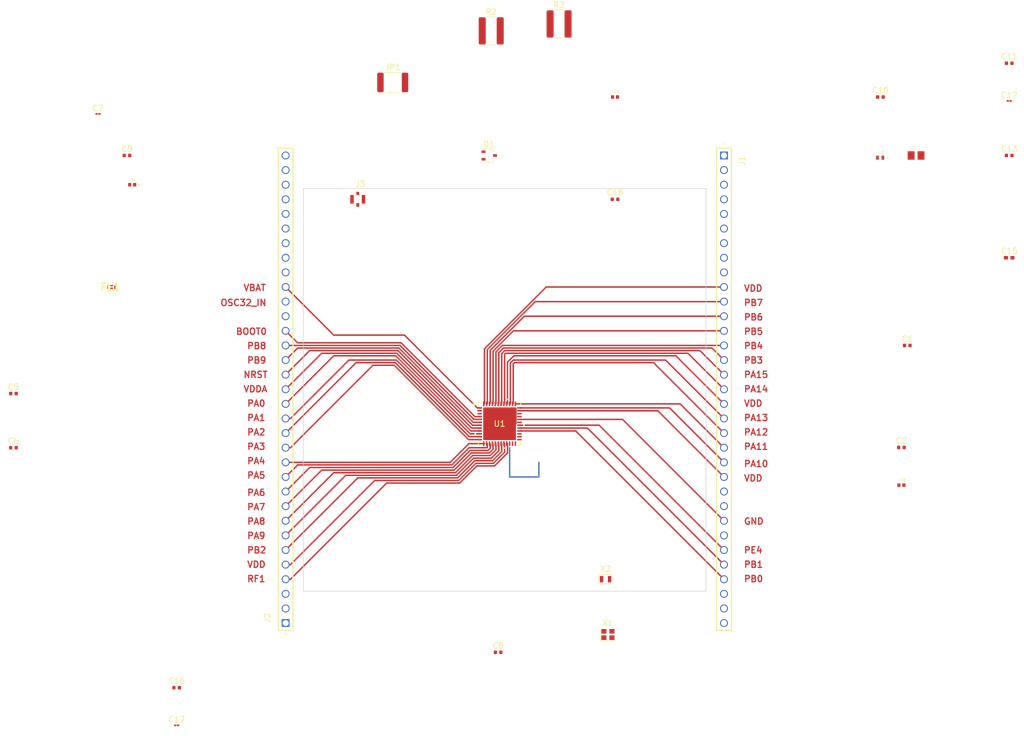
<source format=kicad_pcb>
(kicad_pcb (version 20221018) (generator pcbnew)
  (title_block (date "2023-07-30"))
  (layers (0 "F.Cu" signal) (31 "B.Cu" signal) (34 "B.Paste" user) (35 "F.Paste" user) (36 "B.SilkS" user "B.Silkscreen") (37 "F.SilkS" user "F.Silkscreen") (38 "B.Mask" user) (39 "F.Mask" user) (44 "Edge.Cuts" user))
  (net 0 "")
  (net 1 "/OSC32_IN")
  (net 2 "/OSC32_OUT")
  (net 3 "/BOOT0")
  (net 4 "/PB8")
  (net 5 "/PB9")
  (net 6 "/NRST")
  (net 7 "/PA0")
  (net 8 "/PA1")
  (net 9 "/PA2")
  (net 10 "/PA3")
  (net 11 "/PA4")
  (net 12 "/PA5")
  (net 13 "/PA6")
  (net 14 "/PA7")
  (net 15 "/PA8")
  (net 16 "/PA9")
  (net 17 "/PB2")
  (net 18 "/RF1")
  (net 19 "/VDDRF")
  (net 20 "/OSC_OUT")
  (net 21 "/OSC_IN")
  (net 23 "/NRST_Pin")
  (net 24 "/PB1")
  (net 25 "/PE4")
  (net 26 "/VFBSMPS")
  (net 27 "/VLXSMPS")
  (net 28 "/VDDSMPS")
  (net 29 "/PA10")
  (net 30 "/PA11")
  (net 31 "/PA12")
  (net 32 "/PA15")
  (net 33 "/PB3")
  (net 34 "/PB4")
  (net 35 "/PB5")
  (net 36 "/PB6")
  (net 37 "/PB7")
  (net 38 "GND")
  (net 64 "3V3")
  (net 67 "/SWCLK")
  (net 68 "/SWDIO")
  (net 71 "/VSSRF")
  (net 72 "/ RF & Power /RF1")
  (net 73 "Net-(FL1-IN)")
  (net 74 "Net-(FL1-OUT)")
  (net 75 "/ RF & Power /VFBSMPS")
  (net 76 "/VSSSMPS")
  (net 77 "/ RF & Power /VLXSMPS")
  (net 78 "/VDDUSB")
  (net 88 "Net-(L2-Pad1)")
  (footprint "Capacitor_SMD:C_0402_1005Metric" (layer "F.Cu") (at 214.312 38.1)
    (fp_text reference "C10" (at 0 -1.16) (layer "F.SilkS"))
    (fp_text value "100nF")
    (pad "1" smd roundrect (at -0.48 0) (size 0.56 0.62) (layers "F.Cu" "F.Paste" "F.Mask") (net 64 "3V3"))
    (pad "2" smd roundrect (at 0.48 0) (size 0.56 0.62) (layers "F.Cu" "F.Paste" "F.Mask") (net 38 "GND"))
  )
  (footprint "Capacitor_SMD:C_01005_0402Metric" (layer "F.Cu") (at 236.7 38.77)
    (fp_text reference "C12" (at 0 -1) (layer "F.SilkS"))
    (fp_text value "4.7 uF")
    (pad "1" smd roundrect (at -0.25 0) (size 0.4 0.3) (layers "F.Cu" "F.Mask") (net 64 "3V3"))
    (pad "2" smd roundrect (at 0.25 0) (size 0.4 0.3) (layers "F.Cu" "F.Mask") (net 38 "GND"))
  )
  (footprint "Package_TO_SOT_SMD:SOT-323_SC-70" (layer "F.Cu") (at 146.32 48.26)
    (fp_text reference "D1" (at -0.05 -1.95) (layer "F.SilkS"))
    (fp_text value "BAT54W")
    (pad "1" smd rect (at -1 -0.65 270) (size 0.45 0.7) (layers "F.Cu" "F.Paste" "F.Mask") (net 6 "/NRST"))
    (pad "2" smd rect (at -1 0.65 270) (size 0.45 0.7) (layers "F.Cu" "F.Paste" "F.Mask"))
    (pad "3" smd rect (at 1 0 270) (size 0.45 0.7) (layers "F.Cu" "F.Paste" "F.Mask") (net 23 "/NRST_Pin"))
  )
  (footprint "Capacitor_SMD:C_01005_0402Metric" (layer "F.Cu") (at 78.308 41.03)
    (fp_text reference "C7" (at 0 -1) (layer "F.SilkS"))
    (fp_text value "4.7 uF")
    (pad "1" smd roundrect (at -0.25 0) (size 0.4 0.3) (layers "F.Cu" "F.Mask") (net 64 "3V3"))
    (pad "2" smd roundrect (at 0.25 0) (size 0.4 0.3) (layers "F.Cu" "F.Mask") (net 38 "GND"))
  )
  (footprint "STM32WB15CCU6:QFPN_15CCU6_STM" (layer "F.Cu") (at 148.109559 94.892)
    (fp_text reference "U1" (at 0 0 unlocked) (layer "F.SilkS"))
    (fp_text value "STM32WB15CCU6")
    (fp_text user "*" (at -4.491 -3.000756) (layer "F.SilkS"))
    (fp_text user "*" (at -4.491 -3.000756 unlocked) (layer "F.SilkS"))
    (pad "1" smd rect (at -3.452 -2.750693 90) (size 0.2548 0.807999) (layers "F.Cu" "F.Paste" "F.Mask") (net 64 "3V3"))
    (pad "2" smd rect (at -3.452 -2.250567 90) (size 0.2548 0.807999) (layers "F.Cu" "F.Paste" "F.Mask") (net 1 "/OSC32_IN"))
    (pad "3" smd rect (at -3.452 -1.750441 90) (size 0.2548 0.807999) (layers "F.Cu" "F.Paste" "F.Mask") (net 2 "/OSC32_OUT"))
    (pad "4" smd rect (at -3.452 -1.250315 90) (size 0.2548 0.807999) (layers "F.Cu" "F.Paste" "F.Mask") (net 3 "/BOOT0"))
    (pad "5" smd rect (at -3.452 -0.750189 90) (size 0.2548 0.807999) (layers "F.Cu" "F.Paste" "F.Mask") (net 4 "/PB8"))
    (pad "6" smd rect (at -3.452 -0.250063 90) (size 0.2548 0.807999) (layers "F.Cu" "F.Paste" "F.Mask") (net 5 "/PB9"))
    (pad "7" smd rect (at -3.452 0.250063 90) (size 0.2548 0.807999) (layers "F.Cu" "F.Paste" "F.Mask") (net 6 "/NRST"))
    (pad "8" smd rect (at -3.452 0.750189 90) (size 0.2548 0.807999) (layers "F.Cu" "F.Paste" "F.Mask") (net 64 "3V3"))
    (pad "9" smd rect (at -3.452 1.250315 90) (size 0.2548 0.807999) (layers "F.Cu" "F.Paste" "F.Mask") (net 7 "/PA0"))
    (pad "10" smd rect (at -3.452 1.750441 90) (size 0.2548 0.807999) (layers "F.Cu" "F.Paste" "F.Mask") (net 8 "/PA1"))
    (pad "11" smd rect (at -3.452 2.250567 90) (size 0.2548 0.807999) (layers "F.Cu" "F.Paste" "F.Mask") (net 9 "/PA2"))
    (pad "12" smd rect (at -3.452 2.750693 90) (size 0.2548 0.807999) (layers "F.Cu" "F.Paste" "F.Mask") (net 10 "/PA3"))
    (pad "13" smd rect (at -2.750693 3.452) (size 0.2548 0.807999) (layers "F.Cu" "F.Paste" "F.Mask") (net 11 "/PA4"))
    (pad "14" smd rect (at -2.250567 3.452) (size 0.2548 0.807999) (layers "F.Cu" "F.Paste" "F.Mask") (net 12 "/PA5"))
    (pad "15" smd rect (at -1.750441 3.452) (size 0.2548 0.807999) (layers "F.Cu" "F.Paste" "F.Mask") (net 13 "/PA6"))
    (pad "16" smd rect (at -1.250315 3.452) (size 0.2548 0.807999) (layers "F.Cu" "F.Paste" "F.Mask") (net 14 "/PA7"))
    (pad "17" smd rect (at -0.750189 3.452) (size 0.2548 0.807999) (layers "F.Cu" "F.Paste" "F.Mask") (net 15 "/PA8"))
    (pad "18" smd rect (at -0.250063 3.452) (size 0.2548 0.807999) (layers "F.Cu" "F.Paste" "F.Mask") (net 16 "/PA9"))
    (pad "19" smd rect (at 0.250063 3.452) (size 0.2548 0.807999) (layers "F.Cu" "F.Paste" "F.Mask") (net 17 "/PB2"))
    (pad "20" smd rect (at 0.750189 3.452) (size 0.2548 0.807999) (layers "F.Cu" "F.Paste" "F.Mask") (net 64 "3V3"))
    (pad "21" smd rect (at 1.250315 3.452) (size 0.2548 0.807999) (layers "F.Cu" "F.Paste" "F.Mask") (net 18 "/RF1"))
    (pad "22" smd rect (at 1.750441 3.452) (size 0.2548 0.807999) (layers "F.Cu" "F.Paste" "F.Mask") (net 71 "/VSSRF"))
    (pad "23" smd rect (at 2.250567 3.452) (size 0.2548 0.807999) (layers "F.Cu" "F.Paste" "F.Mask") (net 19 "/VDDRF"))
    (pad "24" smd rect (at 2.750693 3.452) (size 0.2548 0.807999) (layers "F.Cu" "F.Paste" "F.Mask") (net 20 "/OSC_OUT"))
    (pad "25" smd rect (at 3.452 2.750693 90) (size 0.2548 0.807999) (layers "F.Cu" "F.Paste" "F.Mask") (net 21 "/OSC_IN"))
    (pad "26" smd rect (at 3.452 2.250567 90) (size 0.2548 0.807999) (layers "F.Cu" "F.Paste" "F.Mask"))
    (pad "27" smd rect (at 3.452 1.750441 90) (size 0.2548 0.807999) (layers "F.Cu" "F.Paste" "F.Mask"))
    (pad "28" smd rect (at 3.452 1.250315 90) (size 0.2548 0.807999) (layers "F.Cu" "F.Paste" "F.Mask"))
    (pad "29" smd rect (at 3.452 0.750189 90) (size 0.2548 0.807999) (layers "F.Cu" "F.Paste" "F.Mask") (net 24 "/PB1"))
    (pad "30" smd rect (at 3.452 0.250063 90) (size 0.2548 0.807999) (layers "F.Cu" "F.Paste" "F.Mask") (net 25 "/PE4"))
    (pad "31" smd rect (at 3.452 -0.250063 90) (size 0.2548 0.807999) (layers "F.Cu" "F.Paste" "F.Mask") (net 26 "/VFBSMPS"))
    (pad "32" smd rect (at 3.452 -0.750189 90) (size 0.2548 0.807999) (layers "F.Cu" "F.Paste" "F.Mask") (net 76 "/VSSSMPS"))
    (pad "33" smd rect (at 3.452 -1.250315 90) (size 0.2548 0.807999) (layers "F.Cu" "F.Paste" "F.Mask") (net 27 "/VLXSMPS"))
    (pad "34" smd rect (at 3.452 -1.750441 90) (size 0.2548 0.807999) (layers "F.Cu" "F.Paste" "F.Mask") (net 28 "/VDDSMPS"))
    (pad "35" smd rect (at 3.452 -2.250567 90) (size 0.2548 0.807999) (layers "F.Cu" "F.Paste" "F.Mask") (net 64 "3V3"))
    (pad "36" smd rect (at 3.452 -2.750693 90) (size 0.2548 0.807999) (layers "F.Cu" "F.Paste" "F.Mask") (net 29 "/PA10"))
    (pad "37" smd rect (at 2.750693 -3.452) (size 0.2548 0.807999) (layers "F.Cu" "F.Paste" "F.Mask") (net 30 "/PA11"))
    (pad "38" smd rect (at 2.250567 -3.452) (size 0.2548 0.807999) (layers "F.Cu" "F.Paste" "F.Mask") (net 31 "/PA12"))
    (pad "39" smd rect (at 1.750441 -3.452) (size 0.2548 0.807999) (layers "F.Cu" "F.Paste" "F.Mask") (net 68 "/SWDIO"))
    (pad "40" smd rect (at 1.250315 -3.452) (size 0.2548 0.807999) (layers "F.Cu" "F.Paste" "F.Mask") (net 78 "/VDDUSB"))
    (pad "41" smd rect (at 0.750189 -3.452) (size 0.2548 0.807999) (layers "F.Cu" "F.Paste" "F.Mask") (net 67 "/SWCLK"))
    (pad "42" smd rect (at 0.250063 -3.452) (size 0.2548 0.807999) (layers "F.Cu" "F.Paste" "F.Mask") (net 32 "/PA15"))
    (pad "43" smd rect (at -0.250063 -3.452) (size 0.2548 0.807999) (layers "F.Cu" "F.Paste" "F.Mask") (net 33 "/PB3"))
    (pad "44" smd rect (at -0.750189 -3.452) (size 0.2548 0.807999) (layers "F.Cu" "F.Paste" "F.Mask") (net 34 "/PB4"))
    (pad "45" smd rect (at -1.250315 -3.452) (size 0.2548 0.807999) (layers "F.Cu" "F.Paste" "F.Mask") (net 35 "/PB5"))
    (pad "46" smd rect (at -1.750441 -3.452) (size 0.2548 0.807999) (layers "F.Cu" "F.Paste" "F.Mask") (net 36 "/PB6"))
    (pad "47" smd rect (at -2.250567 -3.452) (size 0.2548 0.807999) (layers "F.Cu" "F.Paste" "F.Mask") (net 37 "/PB7"))
    (pad "48" smd rect (at -2.750693 -3.452) (size 0.2548 0.807999) (layers "F.Cu" "F.Paste" "F.Mask") (net 64 "3V3"))
    (pad "49" smd rect (at 0 0) (size 5.6896 5.6896) (layers "F.Cu" "F.Mask") (net 38 "GND"))
  )
  (footprint "Capacitor_SMD:C_0402_1005Metric" (layer "F.Cu") (at 236.7 32.22)
    (fp_text reference "C11" (at 0 -1.16) (layer "F.SilkS"))
    (fp_text value "100nF")
    (pad "1" smd roundrect (at -0.48 0) (size 0.56 0.62) (layers "F.Cu" "F.Paste" "F.Mask") (net 64 "3V3"))
    (pad "2" smd roundrect (at 0.48 0) (size 0.56 0.62) (layers "F.Cu" "F.Paste" "F.Mask") (net 38 "GND"))
  )
  (footprint "Capacitor_SMD:C_0402_1005Metric" (layer "F.Cu") (at 236.7 48.26)
    (fp_text reference "C13" (at 0 -1.16) (layer "F.SilkS"))
    (fp_text value "100nF")
    (pad "1" smd roundrect (at -0.48 0) (size 0.56 0.62) (layers "F.Cu" "F.Paste" "F.Mask") (net 64 "3V3"))
    (pad "2" smd roundrect (at 0.48 0) (size 0.56 0.62) (layers "F.Cu" "F.Paste" "F.Mask") (net 38 "GND"))
  )
  (footprint "RSP-122811-02:SAMTEC_RSP-122811-02" (layer "F.Cu") (at 123.46 55.88)
    (fp_text reference "J3" (at 0.475085 -2.635435) (layer "F.SilkS") (effects (font (size 1.000165 1.000165))))
    (fp_text value "RSP-122811-02")
    (pad "1" smd rect (at 0 0.975 90) (size 0.65 0.5) (layers "F.Cu" "F.Paste" "F.Mask") (net 74 "Net-(FL1-OUT)"))
    (pad "2" smd rect (at -1 0 90) (size 1.5 0.6) (layers "F.Cu" "F.Paste" "F.Mask") (net 38 "GND"))
    (pad "3" smd rect (at 0 -1.025 90) (size 0.55 0.5) (layers "F.Cu" "F.Paste" "F.Mask") (net 38 "GND"))
    (pad "4" smd rect (at 1 0 90) (size 1.5 0.6) (layers "F.Cu" "F.Paste" "F.Mask") (net 38 "GND"))
  )
  (footprint "TSW-133-07-H-S:SAMTEC_TSW-133-07-H-S" (layer "F.Cu") (at 110.921559 88.9 90)
    (fp_text reference "J2" (at -39.735 -3.155 90) (layer "F.SilkS"))
    (fp_text value "TSW-133-07-H-S")
    (pad "01" thru_hole rect (at -40.64 0 90) (size 1.37 1.37) (drill 1.02) (layers "*.Cu" "*.Mask"))
    (pad "02" thru_hole circle (at -38.1 0 90) (size 1.37 1.37) (drill 1.02) (layers "*.Cu" "*.Mask"))
    (pad "03" thru_hole circle (at -35.56 0 90) (size 1.37 1.37) (drill 1.02) (layers "*.Cu" "*.Mask"))
    (pad "04" thru_hole circle (at -33.02 0 90) (size 1.37 1.37) (drill 1.02) (layers "*.Cu" "*.Mask"))
    (pad "05" thru_hole circle (at -30.48 0 90) (size 1.37 1.37) (drill 1.02) (layers "*.Cu" "*.Mask") (net 64 "3V3"))
    (pad "06" thru_hole circle (at -27.94 0 90) (size 1.37 1.37) (drill 1.02) (layers "*.Cu" "*.Mask") (net 17 "/PB2"))
    (pad "07" thru_hole circle (at -25.4 0 90) (size 1.37 1.37) (drill 1.02) (layers "*.Cu" "*.Mask") (net 16 "/PA9"))
    (pad "08" thru_hole circle (at -22.86 0 90) (size 1.37 1.37) (drill 1.02) (layers "*.Cu" "*.Mask") (net 15 "/PA8"))
    (pad "09" thru_hole circle (at -20.32 0 90) (size 1.37 1.37) (drill 1.02) (layers "*.Cu" "*.Mask") (net 14 "/PA7"))
    (pad "10" thru_hole circle (at -17.78 0 90) (size 1.37 1.37) (drill 1.02) (layers "*.Cu" "*.Mask") (net 13 "/PA6"))
    (pad "11" thru_hole circle (at -15.24 0 90) (size 1.37 1.37) (drill 1.02) (layers "*.Cu" "*.Mask") (net 12 "/PA5"))
    (pad "12" thru_hole circle (at -12.7 0 90) (size 1.37 1.37) (drill 1.02) (layers "*.Cu" "*.Mask") (net 11 "/PA4"))
    (pad "13" thru_hole circle (at -10.16 0 90) (size 1.37 1.37) (drill 1.02) (layers "*.Cu" "*.Mask") (net 10 "/PA3"))
    (pad "14" thru_hole circle (at -7.62 0 90) (size 1.37 1.37) (drill 1.02) (layers "*.Cu" "*.Mask") (net 9 "/PA2"))
    (pad "15" thru_hole circle (at -5.08 0 90) (size 1.37 1.37) (drill 1.02) (layers "*.Cu" "*.Mask") (net 8 "/PA1"))
    (pad "16" thru_hole circle (at -2.54 0 90) (size 1.37 1.37) (drill 1.02) (layers "*.Cu" "*.Mask") (net 7 "/PA0"))
    (pad "17" thru_hole circle (at 0 0 90) (size 1.37 1.37) (drill 1.02) (layers "*.Cu" "*.Mask"))
    (pad "18" thru_hole circle (at 2.54 0 90) (size 1.37 1.37) (drill 1.02) (layers "*.Cu" "*.Mask") (net 23 "/NRST_Pin"))
    (pad "19" thru_hole circle (at 5.08 0 90) (size 1.37 1.37) (drill 1.02) (layers "*.Cu" "*.Mask") (net 5 "/PB9"))
    (pad "20" thru_hole circle (at 7.62 0 90) (size 1.37 1.37) (drill 1.02) (layers "*.Cu" "*.Mask") (net 4 "/PB8"))
    (pad "21" thru_hole circle (at 10.16 0 90) (size 1.37 1.37) (drill 1.02) (layers "*.Cu" "*.Mask"))
    (pad "22" thru_hole circle (at 12.7 0 90) (size 1.37 1.37) (drill 1.02) (layers "*.Cu" "*.Mask"))
    (pad "23" thru_hole circle (at 15.24 0 90) (size 1.37 1.37) (drill 1.02) (layers "*.Cu" "*.Mask"))
    (pad "24" thru_hole circle (at 17.78 0 90) (size 1.37 1.37) (drill 1.02) (layers "*.Cu" "*.Mask"))
    (pad "25" thru_hole circle (at 20.32 0 90) (size 1.37 1.37) (drill 1.02) (layers "*.Cu" "*.Mask"))
    (pad "26" thru_hole circle (at 22.86 0 90) (size 1.37 1.37) (drill 1.02) (layers "*.Cu" "*.Mask"))
    (pad "27" thru_hole circle (at 25.4 0 90) (size 1.37 1.37) (drill 1.02) (layers "*.Cu" "*.Mask"))
    (pad "28" thru_hole circle (at 27.94 0 90) (size 1.37 1.37) (drill 1.02) (layers "*.Cu" "*.Mask"))
    (pad "29" thru_hole circle (at 30.48 0 90) (size 1.37 1.37) (drill 1.02) (layers "*.Cu" "*.Mask"))
    (pad "30" thru_hole circle (at 33.02 0 90) (size 1.37 1.37) (drill 1.02) (layers "*.Cu" "*.Mask"))
    (pad "31" thru_hole circle (at 35.56 0 90) (size 1.37 1.37) (drill 1.02) (layers "*.Cu" "*.Mask"))
    (pad "32" thru_hole circle (at 38.1 0 90) (size 1.37 1.37) (drill 1.02) (layers "*.Cu" "*.Mask"))
    (pad "33" thru_hole circle (at 40.64 0 90) (size 1.37 1.37) (drill 1.02) (layers "*.Cu" "*.Mask"))
  )
  (footprint "Capacitor_SMD:C_0402_1005Metric" (layer "F.Cu") (at 91.98 140.77)
    (fp_text reference "C16" (at 0 -1.16) (layer "F.SilkS"))
    (fp_text value "10 nF")
    (pad "1" smd roundrect (at -0.48 0) (size 0.56 0.62) (layers "F.Cu" "F.Paste" "F.Mask") (net 64 "3V3"))
    (pad "2" smd roundrect (at 0.48 0) (size 0.56 0.62) (layers "F.Cu" "F.Paste" "F.Mask") (net 38 "GND"))
  )
  (footprint "Crystal:Crystal_SMD_2016-4Pin_2.0x1.6mm" (layer "F.Cu") (at 166.94 131.53)
    (fp_text reference "X1" (at 0 -2) (layer "F.SilkS"))
    (fp_text value "32 MHz")
    (pad "1" smd rect (at -0.7 0.55) (size 0.9 0.8) (layers "F.Cu" "F.Paste" "F.Mask") (net 21 "/OSC_IN"))
    (pad "2" smd rect (at 0.7 0.55) (size 0.9 0.8) (layers "F.Cu" "F.Paste" "F.Mask") (net 38 "GND"))
    (pad "3" smd rect (at 0.7 -0.55) (size 0.9 0.8) (layers "F.Cu" "F.Paste" "F.Mask") (net 20 "/OSC_OUT"))
    (pad "4" smd rect (at -0.7 -0.55) (size 0.9 0.8) (layers "F.Cu" "F.Paste" "F.Mask") (net 38 "GND"))
  )
  (footprint "GRM1555C1HR30WA01D:CAPC1005X55N" (layer "F.Cu") (at 168.18 38.1)
    (fp_text reference "C4" (at 0.3 -0.88) (layer "F.SilkS") (effects (font (size 0.393701 0.393701))))
    (fp_text value "GRM1555C1HR30WA01D")
    (pad "1" smd rect (at -0.432 0) (size 0.54 0.6) (layers "F.Cu" "F.Paste" "F.Mask") (net 38 "GND"))
    (pad "2" smd rect (at 0.432 0) (size 0.54 0.6) (layers "F.Cu" "F.Paste" "F.Mask") (net 73 "Net-(FL1-IN)"))
  )
  (footprint "Capacitor_SMD:C_0402_1005Metric" (layer "F.Cu") (at 147.86 134.62)
    (fp_text reference "C8" (at 0 -1.16) (layer "F.SilkS"))
    (fp_text value "100nF")
    (pad "1" smd roundrect (at -0.48 0) (size 0.56 0.62) (layers "F.Cu" "F.Paste" "F.Mask") (net 64 "3V3"))
    (pad "2" smd roundrect (at 0.48 0) (size 0.56 0.62) (layers "F.Cu" "F.Paste" "F.Mask") (net 38 "GND"))
  )
  (footprint "LQG15WZ10NJ02D:INDC1006X60N" (layer "F.Cu") (at 214.27 48.643)
    (fp_text reference "L2" (at 0.3 -0.93) (layer "F.SilkS") (effects (font (size 0.393701 0.393701))))
    (fp_text value "LQG15WZ10NJ02D")
    (pad "1" smd rect (at -0.468 0) (size 0.46 0.7) (layers "F.Cu" "F.Paste" "F.Mask") (net 88 "Net-(L2-Pad1)"))
    (pad "2" smd rect (at 0.468 0) (size 0.46 0.7) (layers "F.Cu" "F.Paste" "F.Mask") (net 77 "/ RF & Power /VLXSMPS"))
  )
  (footprint "TSW-133-07-H-S:SAMTEC_TSW-133-07-H-S" (layer "F.Cu") (at 187.121559 88.9 -90)
    (fp_text reference "J1" (at -39.735 -3.155 -90) (layer "F.SilkS"))
    (fp_text value "TSW-133-07-H-S")
    (pad "01" thru_hole rect (at -40.64 0 270) (size 1.37 1.37) (drill 1.02) (layers "*.Cu" "*.Mask"))
    (pad "02" thru_hole circle (at -38.1 0 270) (size 1.37 1.37) (drill 1.02) (layers "*.Cu" "*.Mask"))
    (pad "03" thru_hole circle (at -35.56 0 270) (size 1.37 1.37) (drill 1.02) (layers "*.Cu" "*.Mask"))
    (pad "04" thru_hole circle (at -33.02 0 270) (size 1.37 1.37) (drill 1.02) (layers "*.Cu" "*.Mask"))
    (pad "05" thru_hole circle (at -30.48 0 270) (size 1.37 1.37) (drill 1.02) (layers "*.Cu" "*.Mask"))
    (pad "06" thru_hole circle (at -27.94 0 270) (size 1.37 1.37) (drill 1.02) (layers "*.Cu" "*.Mask"))
    (pad "07" thru_hole circle (at -25.4 0 270) (size 1.37 1.37) (drill 1.02) (layers "*.Cu" "*.Mask"))
    (pad "08" thru_hole circle (at -22.86 0 270) (size 1.37 1.37) (drill 1.02) (layers "*.Cu" "*.Mask"))
    (pad "09" thru_hole circle (at -20.32 0 270) (size 1.37 1.37) (drill 1.02) (layers "*.Cu" "*.Mask"))
    (pad "10" thru_hole circle (at -17.78 0 270) (size 1.37 1.37) (drill 1.02) (layers "*.Cu" "*.Mask") (net 64 "3V3"))
    (pad "11" thru_hole circle (at -15.24 0 270) (size 1.37 1.37) (drill 1.02) (layers "*.Cu" "*.Mask") (net 37 "/PB7"))
    (pad "12" thru_hole circle (at -12.7 0 270) (size 1.37 1.37) (drill 1.02) (layers "*.Cu" "*.Mask") (net 36 "/PB6"))
    (pad "13" thru_hole circle (at -10.16 0 270) (size 1.37 1.37) (drill 1.02) (layers "*.Cu" "*.Mask") (net 35 "/PB5"))
    (pad "14" thru_hole circle (at -7.62 0 270) (size 1.37 1.37) (drill 1.02) (layers "*.Cu" "*.Mask") (net 34 "/PB4"))
    (pad "15" thru_hole circle (at -5.08 0 270) (size 1.37 1.37) (drill 1.02) (layers "*.Cu" "*.Mask") (net 33 "/PB3"))
    (pad "16" thru_hole circle (at -2.54 0 270) (size 1.37 1.37) (drill 1.02) (layers "*.Cu" "*.Mask") (net 32 "/PA15"))
    (pad "17" thru_hole circle (at 0 0 270) (size 1.37 1.37) (drill 1.02) (layers "*.Cu" "*.Mask") (net 67 "/SWCLK"))
    (pad "18" thru_hole circle (at 2.54 0 270) (size 1.37 1.37) (drill 1.02) (layers "*.Cu" "*.Mask") (net 64 "3V3"))
    (pad "19" thru_hole circle (at 5.08 0 270) (size 1.37 1.37) (drill 1.02) (layers "*.Cu" "*.Mask") (net 68 "/SWDIO"))
    (pad "20" thru_hole circle (at 7.62 0 270) (size 1.37 1.37) (drill 1.02) (layers "*.Cu" "*.Mask") (net 31 "/PA12"))
    (pad "21" thru_hole circle (at 10.16 0 270) (size 1.37 1.37) (drill 1.02) (layers "*.Cu" "*.Mask") (net 30 "/PA11"))
    (pad "22" thru_hole circle (at 12.7 0 270) (size 1.37 1.37) (drill 1.02) (layers "*.Cu" "*.Mask") (net 29 "/PA10"))
    (pad "23" thru_hole circle (at 15.24 0 270) (size 1.37 1.37) (drill 1.02) (layers "*.Cu" "*.Mask") (net 64 "3V3"))
    (pad "24" thru_hole circle (at 17.78 0 270) (size 1.37 1.37) (drill 1.02) (layers "*.Cu" "*.Mask"))
    (pad "25" thru_hole circle (at 20.32 0 270) (size 1.37 1.37) (drill 1.02) (layers "*.Cu" "*.Mask"))
    (pad "26" thru_hole circle (at 22.86 0 270) (size 1.37 1.37) (drill 1.02) (layers "*.Cu" "*.Mask"))
    (pad "27" thru_hole circle (at 25.4 0 270) (size 1.37 1.37) (drill 1.02) (layers "*.Cu" "*.Mask"))
    (pad "28" thru_hole circle (at 27.94 0 270) (size 1.37 1.37) (drill 1.02) (layers "*.Cu" "*.Mask") (net 25 "/PE4"))
    (pad "29" thru_hole circle (at 30.48 0 270) (size 1.37 1.37) (drill 1.02) (layers "*.Cu" "*.Mask"))
    (pad "30" thru_hole circle (at 33.02 0 270) (size 1.37 1.37) (drill 1.02) (layers "*.Cu" "*.Mask"))
    (pad "31" thru_hole circle (at 35.56 0 270) (size 1.37 1.37) (drill 1.02) (layers "*.Cu" "*.Mask"))
    (pad "32" thru_hole circle (at 38.1 0 270) (size 1.37 1.37) (drill 1.02) (layers "*.Cu" "*.Mask"))
    (pad "33" thru_hole circle (at 40.64 0 270) (size 1.37 1.37) (drill 1.02) (layers "*.Cu" "*.Mask"))
  )
  (footprint "Capacitor_SMD:C_0402_1005Metric" (layer "F.Cu") (at 218.98 81.28)
    (fp_text reference "C1" (at 0 -1.16) (layer "F.SilkS"))
    (fp_text value "100nF")
    (pad "1" smd roundrect (at -0.48 0) (size 0.56 0.62) (layers "F.Cu" "F.Paste" "F.Mask") (net 64 "3V3"))
    (pad "2" smd roundrect (at 0.48 0) (size 0.56 0.62) (layers "F.Cu" "F.Paste" "F.Mask") (net 38 "GND"))
  )
  (footprint "Capacitor_SMD:C_01005_0402Metric" (layer "F.Cu") (at 91.98 147.32)
    (fp_text reference "C17" (at 0 -1) (layer "F.SilkS"))
    (fp_text value "4.7 uF")
    (pad "1" smd roundrect (at -0.25 0) (size 0.4 0.3) (layers "F.Cu" "F.Mask") (net 75 "/ RF & Power /VFBSMPS"))
    (pad "2" smd roundrect (at 0.25 0) (size 0.4 0.3) (layers "F.Cu" "F.Mask") (net 38 "GND"))
  )
  (footprint "Capacitor_SMD:C_0402_1005Metric_Pad0.74x0.62mm_HandSolder" (layer "F.Cu") (at 236.7 66.04)
    (fp_text reference "C15" (at 0 -1.16) (layer "F.SilkS"))
    (fp_text value "1 uF")
    (pad "1" smd roundrect (at -0.5675 0) (size 0.735 0.62) (layers "F.Cu" "F.Paste" "F.Mask") (net 64 "3V3"))
    (pad "2" smd roundrect (at 0.5675 0) (size 0.735 0.62) (layers "F.Cu" "F.Paste" "F.Mask") (net 38 "GND"))
  )
  (footprint "Resistor_SMD:R_1218_3246Metric_Pad1.22x4.75mm_HandSolder" (layer "F.Cu") (at 158.4575 25.4)
    (fp_text reference "R3" (at 0 -3.32) (layer "F.SilkS"))
    (fp_text value "100k")
    (pad "1" smd roundrect (at -1.5625 0) (size 1.225 4.75) (layers "F.Cu" "F.Paste" "F.Mask") (roundrect_rratio 0.204082) (net 64 "3V3"))
    (pad "2" smd roundrect (at 1.5625 0) (size 1.225 4.75) (layers "F.Cu" "F.Paste" "F.Mask") (roundrect_rratio 0.204082) (net 6 "/NRST"))
  )
  (footprint "Capacitor_SMD:C_0402_1005Metric" (layer "F.Cu") (at 63.609001 89.640308)
    (fp_text reference "C5" (at 0 -1.16) (layer "F.SilkS"))
    (fp_text value "10 pF")
    (pad "1" smd roundrect (at -0.48 0) (size 0.56 0.62) (layers "F.Cu" "F.Paste" "F.Mask") (net 1 "/OSC32_IN"))
    (pad "2" smd roundrect (at 0.48 0) (size 0.56 0.62) (layers "F.Cu" "F.Paste" "F.Mask") (net 38 "GND"))
  )
  (footprint "KiCad:DLF162500LT5028A1" (layer "F.Cu") (at 80.667 71.12)
    (fp_text reference "FL1" (at -0.25 0) (layer "F.SilkS") (effects (font (size 1.27 1.27) (thickness 0.254))))
    (fp_text value "DLF162500LT-5028A1" hide)
    (pad "1" smd rect (at -0.612 0) (size 0.275 0.7) (layers "F.Cu" "F.Paste" "F.Mask") (net 73 "Net-(FL1-IN)"))
    (pad "2" smd rect (at 0 0.227 90) (size 0.245 0.45) (layers "F.Cu" "F.Paste" "F.Mask") (net 38 "GND"))
    (pad "3" smd rect (at 0.613 0) (size 0.275 0.7) (layers "F.Cu" "F.Paste" "F.Mask") (net 74 "Net-(FL1-OUT)"))
    (pad "4" smd rect (at 0 -0.227 90) (size 0.245 0.45) (layers "F.Cu" "F.Paste" "F.Mask") (net 38 "GND"))
  )
  (footprint "Crystal:Crystal_SMD_2012-2Pin_2.0x1.2mm" (layer "F.Cu") (at 166.54 121.92)
    (fp_text reference "X2" (at 0 -1.8) (layer "F.SilkS"))
    (fp_text value "32.768 kHz")
    (pad "1" smd rect (at -0.7 0) (size 0.6 1.1) (layers "F.Cu" "F.Paste" "F.Mask") (net 2 "/OSC32_OUT"))
    (pad "2" smd rect (at 0.7 0) (size 0.6 1.1) (layers "F.Cu" "F.Paste" "F.Mask") (net 1 "/OSC32_IN"))
  )
  (footprint "Capacitor_SMD:C_0402_1005Metric" (layer "F.Cu") (at 83.34 48.26)
    (fp_text reference "C9" (at 0 -1.16) (layer "F.SilkS"))
    (fp_text value "100nF")
    (pad "1" smd roundrect (at -0.48 0) (size 0.56 0.62) (layers "F.Cu" "F.Paste" "F.Mask") (net 64 "3V3"))
    (pad "2" smd roundrect (at 0.48 0) (size 0.56 0.62) (layers "F.Cu" "F.Paste" "F.Mask") (net 38 "GND"))
  )
  (footprint "Resistor_SMD:R_1812_4532Metric" (layer "F.Cu") (at 129.54 35.56)
    (fp_text reference "JP1" (at 0 -2.65) (layer "F.SilkS"))
    (fp_text value "SolderJumper_2_Open")
    (pad "1" smd roundrect (at -2.1375 0) (size 1.125 3.4) (layers "F.Cu" "F.Paste" "F.Mask") (roundrect_rratio 0.222222) (net 64 "3V3"))
    (pad "2" smd roundrect (at 2.1375 0) (size 1.125 3.4) (layers "F.Cu" "F.Paste" "F.Mask") (roundrect_rratio 0.222222) (net 3 "/BOOT0"))
  )
  (footprint "Capacitor_SMD:C_0402_1005Metric" (layer "F.Cu") (at 63.609001 99.06)
    (fp_text reference "C6" (at 0 -1.16) (layer "F.SilkS"))
    (fp_text value "10 pF")
    (pad "1" smd roundrect (at -0.48 0) (size 0.56 0.62) (layers "F.Cu" "F.Paste" "F.Mask") (net 2 "/OSC32_OUT"))
    (pad "2" smd roundrect (at 0.48 0) (size 0.56 0.62) (layers "F.Cu" "F.Paste" "F.Mask") (net 38 "GND"))
  )
  (footprint "Capacitor_SMD:C_0402_1005Metric" (layer "F.Cu") (at 217.96 99.01)
    (fp_text reference "C2" (at 0 -1.16) (layer "F.SilkS"))
    (fp_text value "100 pF")
    (pad "1" smd roundrect (at -0.48 0) (size 0.56 0.62) (layers "F.Cu" "F.Paste" "F.Mask") (net 64 "3V3"))
    (pad "2" smd roundrect (at 0.48 0) (size 0.56 0.62) (layers "F.Cu" "F.Paste" "F.Mask") (net 38 "GND"))
  )
  (footprint "LQM21FN100M70L:INDC2012X145N" (layer "F.Cu") (at 220.512 48.26)
    (fp_text reference "L3" (at -0.46 -1.32) (layer "F.SilkS") (effects (font (size 0.393701 0.393701))))
    (fp_text value "LQM21FN100M70L")
    (pad "1" smd rect (at -0.86 0) (size 1.2 1.47) (layers "F.Cu" "F.Paste" "F.Mask") (net 75 "/ RF & Power /VFBSMPS"))
    (pad "2" smd rect (at 0.86 0) (size 1.2 1.47) (layers "F.Cu" "F.Paste" "F.Mask") (net 88 "Net-(L2-Pad1)"))
  )
  (footprint "GRM1555C1HR80BA01D:CAPC1005X55N" (layer "F.Cu") (at 217.96 105.56)
    (fp_text reference "C3" (at 0.3 -0.88) (layer "F.SilkS") (effects (font (size 0.393701 0.393701))))
    (fp_text value "GRM1555C1HR80BA01D")
    (pad "1" smd rect (at -0.432 0) (size 0.54 0.6) (layers "F.Cu" "F.Paste" "F.Mask") (net 38 "GND"))
    (pad "2" smd rect (at 0.432 0) (size 0.54 0.6) (layers "F.Cu" "F.Paste" "F.Mask") (net 72 "/ RF & Power /RF1"))
  )
  (footprint "Resistor_SMD:R_1218_3246Metric_Pad1.22x4.75mm_HandSolder" (layer "F.Cu") (at 146.66 26.6)
    (fp_text reference "R2" (at 0 -3.32) (layer "F.SilkS"))
    (fp_text value "10k")
    (pad "1" smd roundrect (at -1.5625 0) (size 1.225 4.75) (layers "F.Cu" "F.Paste" "F.Mask") (roundrect_rratio 0.204082) (net 38 "GND"))
    (pad "2" smd roundrect (at 1.5625 0) (size 1.225 4.75) (layers "F.Cu" "F.Paste" "F.Mask") (roundrect_rratio 0.204082) (net 3 "/BOOT0"))
  )
  (footprint "Capacitor_SMD:C_0402_1005Metric" (layer "F.Cu") (at 168.18 55.88)
    (fp_text reference "C18" (at 0 -1.16) (layer "F.SilkS"))
    (fp_text value "100nF")
    (pad "1" smd roundrect (at -0.48 0) (size 0.56 0.62) (layers "F.Cu" "F.Paste" "F.Mask") (net 6 "/NRST"))
    (pad "2" smd roundrect (at 0.48 0) (size 0.56 0.62) (layers "F.Cu" "F.Paste" "F.Mask") (net 38 "GND"))
  )
  (footprint "LQG15HS2N7S02D:INDC1005X55N" (layer "F.Cu") (at 84.252 53.34)
    (fp_text reference "L1" (at 0.3 -0.88) (layer "F.SilkS") (effects (font (size 0.393701 0.393701))))
    (fp_text value "LQG15HS2N7S02D")
    (pad "1" smd rect (at -0.432 0) (size 0.54 0.6) (layers "F.Cu" "F.Paste" "F.Mask") (net 72 "/ RF & Power /RF1"))
    (pad "2" smd rect (at 0.432 0) (size 0.54 0.6) (layers "F.Cu" "F.Paste" "F.Mask") (net 73 "Net-(FL1-IN)"))
  )
  (gr_rect (start 114 54) (end 184 124) (stroke (width 0.1)) (fill none) (layer "Edge.Cuts"))
  (gr_text "NRST\n" (at 103.5 87) (layer "F.Cu") (effects (font (size 1.1 1.1) (thickness 0.2) bold) (justify left bottom)))
  (gr_text "PA13" (at 190.5 94.5) (layer "F.Cu") (effects (font (size 1.1 1.1) (thickness 0.2) bold) (justify left bottom)))
  (gr_text "BOOT0\n" (at 102.2 79.5) (layer "F.Cu") (effects (font (size 1.1 1.1) (thickness 0.2) bold) (justify left bottom)))
  (gr_text "PA12" (at 190.5 97) (layer "F.Cu") (effects (font (size 1.1 1.1) (thickness 0.2) bold) (justify left bottom)))
  (gr_text "PA11" (at 190.5 99.5) (layer "F.Cu") (effects (font (size 1.1 1.1) (thickness 0.2) bold) (justify left bottom)))
  (gr_text "OSC32_IN\n" (at 99.5 74.5) (layer "F.Cu") (effects (font (size 1.1 1.1) (thickness 0.2) bold) (justify left bottom)))
  (gr_text "VDDA\n" (at 103.5 89.5) (layer "F.Cu") (effects (font (size 1.1 1.1) (thickness 0.2) bold) (justify left bottom)))
  (gr_text "PB7" (at 190.5 74.5) (layer "F.Cu") (effects (font (size 1.1 1.1) (thickness 0.2) bold) (justify left bottom)))
  (gr_text "PB5" (at 190.5 79.5) (layer "F.Cu") (effects (font (size 1.1 1.1) (thickness 0.2) bold) (justify left bottom)))
  (gr_text "PA15" (at 190.5 87) (layer "F.Cu") (effects (font (size 1.1 1.1) (thickness 0.2) bold) (justify left bottom)))
  (gr_text "PA4" (at 104.14 102) (layer "F.Cu") (effects (font (size 1.1 1.1) (thickness 0.2) bold) (justify left bottom)))
  (gr_text "PB9" (at 104.14 84.5) (layer "F.Cu") (effects (font (size 1.1 1.1) (thickness 0.2) bold) (justify left bottom)))
  (gr_text "PA1\n" (at 104.14 94.5) (layer "F.Cu") (effects (font (size 1.1 1.1) (thickness 0.2) bold) (justify left bottom)))
  (gr_text "PB2" (at 104.14 117.5) (layer "F.Cu") (effects (font (size 1.1 1.1) (thickness 0.2) bold) (justify left bottom)))
  (gr_text "PB6" (at 190.5 77) (layer "F.Cu") (effects (font (size 1.1 1.1) (thickness 0.2) bold) (justify left bottom)))
  (gr_text "PB0\n" (at 190.5 122.5) (layer "F.Cu") (effects (font (size 1.1 1.1) (thickness 0.2) bold) (justify left bottom)))
  (gr_text "RF1" (at 104.14 122.5) (layer "F.Cu") (effects (font (size 1.1 1.1) (thickness 0.2) bold) (justify left bottom)))
  (gr_text "GND" (at 190.5 112.5) (layer "F.Cu") (effects (font (size 1.1 1.1) (thickness 0.2) bold) (justify left bottom)))
  (gr_text "PA9\n" (at 104.14 115) (layer "F.Cu") (effects (font (size 1.1 1.1) (thickness 0.2) bold) (justify left bottom)))
  (gr_text "PA8" (at 104.14 112.5) (layer "F.Cu") (effects (font (size 1.1 1.1) (thickness 0.2) bold) (justify left bottom)))
  (gr_text "PA10" (at 190.5 102.5) (layer "F.Cu") (effects (font (size 1.1 1.1) (thickness 0.2) bold) (justify left bottom)))
  (gr_text "PA3" (at 104.14 99.5) (layer "F.Cu") (effects (font (size 1.1 1.1) (thickness 0.2) bold) (justify left bottom)))
  (gr_text "PB8\n" (at 104.14 82) (layer "F.Cu") (effects (font (size 1.1 1.1) (thickness 0.2) bold) (justify left bottom)))
  (gr_text "VDD" (at 190.5 105) (layer "F.Cu") (effects (font (size 1.1 1.1) (thickness 0.2) bold) (justify left bottom)))
  (gr_text "PA14" (at 190.5 89.5) (layer "F.Cu") (effects (font (size 1.1 1.1) (thickness 0.2) bold) (justify left bottom)))
  (gr_text "PE4\n" (at 190.5 117.5) (layer "F.Cu") (effects (font (size 1.1 1.1) (thickness 0.2) bold) (justify left bottom)))
  (gr_text "VDD" (at 190.5 92) (layer "F.Cu") (effects (font (size 1.1 1.1) (thickness 0.2) bold) (justify left bottom)))
  (gr_text "VBAT\n" (at 103.5 71.9) (layer "F.Cu") (effects (font (size 1.1 1.1) (thickness 0.2) bold) (justify left bottom)))
  (gr_text "PA5" (at 104.14 104.5) (layer "F.Cu") (effects (font (size 1.1 1.1) (thickness 0.2) bold) (justify left bottom)))
  (gr_text "VDD" (at 104.14 120) (layer "F.Cu") (effects (font (size 1.1 1.1) (thickness 0.2) bold) (justify left bottom)))
  (gr_text "PB4" (at 190.5 82) (layer "F.Cu") (effects (font (size 1.1 1.1) (thickness 0.2) bold) (justify left bottom)))
  (gr_text "PA2" (at 104.14 97) (layer "F.Cu") (effects (font (size 1.1 1.1) (thickness 0.2) bold) (justify left bottom)))
  (gr_text "PB3" (at 190.5 84.5) (layer "F.Cu") (effects (font (size 1.1 1.1) (thickness 0.2) bold) (justify left bottom)))
  (gr_text "VDD" (at 190.5 72) (layer "F.Cu") (effects (font (size 1.1 1.1) (thickness 0.2) bold) (justify left bottom)))
  (gr_text "PA0\n" (at 104.14 92) (layer "F.Cu") (effects (font (size 1.1 1.1) (thickness 0.2) bold) (justify left bottom)))
  (gr_text "PA7" (at 104.14 110) (layer "F.Cu") (effects (font (size 1.1 1.1) (thickness 0.2) bold) (justify left bottom)))
  (gr_text "PA6" (at 104.14 107.5) (layer "F.Cu") (effects (font (size 1.1 1.1) (thickness 0.2) bold) (justify left bottom)))
  (gr_text "PB1\n" (at 190.5 120) (layer "F.Cu") (effects (font (size 1.1 1.1) (thickness 0.2) bold) (justify left bottom)))
  (segment (start 187.121559 121.92) (end 161.343874 96.142315) (width 0.25) (layer "F.Cu") (net 0))
  (segment (start 150.6 83.08) (end 178.761559 83.08) (width 0.25) (layer "F.Cu") (net 0))
  (segment (start 149.482315 84.197685) (end 150.6 83.08) (width 0.25) (layer "F.Cu") (net 0))
  (segment (start 178.761559 83.08) (end 187.121559 91.44) (width 0.25) (layer "F.Cu") (net 0))
  (segment (start 161.343874 96.142315) (end 151.684 96.142315) (width 0.25) (layer "F.Cu") (net 0))
  (segment (start 149.482315 91.44) (end 149.482315 84.197685) (width 0.25) (layer "F.Cu") (net 0))
  (segment (start 149.86 104.14) (end 149.86 99.06) (width 0.25) (layer "B.Cu") (net 0))
  (segment (start 154.94 104.14) (end 149.86 104.14) (width 0.25) (layer "B.Cu") (net 0))
  (segment (start 154.94 101.6) (end 154.94 104.14) (width 0.25) (layer "B.Cu") (net 0))
  (segment (start 113.011559 80.83) (end 110.921559 78.74) (width 0.25) (layer "F.Cu") (net 3))
  (segment (start 143.805289 93.641685) (end 130.993604 80.83) (width 0.25) (layer "F.Cu") (net 3))
  (segment (start 144.78 93.641685) (end 143.805289 93.641685) (width 0.25) (layer "F.Cu") (net 3))
  (segment (start 130.993604 80.83) (end 113.011559 80.83) (width 0.25) (layer "F.Cu") (net 3))
  (segment (start 130.807208 81.28) (end 110.921559 81.28) (width 0.25) (layer "F.Cu") (net 4))
  (segment (start 143.669019 94.141811) (end 130.807208 81.28) (width 0.25) (layer "F.Cu") (net 4))
  (segment (start 143.669019 94.141811) (end 144.78 94.141811) (width 0.25) (layer "F.Cu") (net 4))
  (segment (start 143.532749 94.641937) (end 130.620812 81.73) (width 0.25) (layer "F.Cu") (net 5))
  (segment (start 113.011559 81.73) (end 110.921559 83.82) (width 0.25) (layer "F.Cu") (net 5))
  (segment (start 144.78 94.641937) (end 143.532749 94.641937) (width 0.25) (layer "F.Cu") (net 5))
  (segment (start 130.620812 81.73) (end 113.011559 81.73) (width 0.25) (layer "F.Cu") (net 5))
  (segment (start 143.396479 95.142063) (end 130.434416 82.18) (width 0.25) (layer "F.Cu") (net 6))
  (segment (start 130.434416 82.18) (end 115.101559 82.18) (width 0.25) (layer "F.Cu") (net 6))
  (segment (start 115.101559 82.18) (end 110.921559 86.36) (width 0.25) (layer "F.Cu") (net 6))
  (segment (start 144.78 95.142063) (end 143.396479 95.142063) (width 0.25) (layer "F.Cu") (net 6))
  (segment (start 130.061624 83.08) (end 119.281559 83.08) (width 0.25) (layer "F.Cu") (net 7))
  (segment (start 144.78 96.142315) (end 143.123939 96.142315) (width 0.25) (layer "F.Cu") (net 7))
  (segment (start 119.281559 83.08) (end 110.921559 91.44) (width 0.25) (layer "F.Cu") (net 7))
  (segment (start 143.123939 96.142315) (end 130.061624 83.08) (width 0.25) (layer "F.Cu") (net 7))
  (segment (start 144.78 96.642441) (end 142.987669 96.642441) (width 0.25) (layer "F.Cu") (net 8))
  (segment (start 130.165228 83.82) (end 121.92 83.82) (width 0.25) (layer "F.Cu") (net 8))
  (segment (start 121.92 83.82) (end 111.76 93.98) (width 0.25) (layer "F.Cu") (net 8))
  (segment (start 142.987669 96.642441) (end 130.165228 83.82) (width 0.25) (layer "F.Cu") (net 8))
  (segment (start 111.76 93.98) (end 110.921559 93.98) (width 0.25) (layer "F.Cu") (net 8))
  (segment (start 129.978832 84.27) (end 123.17156 84.27) (width 0.25) (layer "F.Cu") (net 9))
  (segment (start 123.17156 84.27) (end 110.921559 96.52) (width 0.25) (layer "F.Cu") (net 9))
  (segment (start 142.851399 97.142567) (end 129.978832 84.27) (width 0.25) (layer "F.Cu") (net 9))
  (segment (start 144.78 97.142567) (end 142.851399 97.142567) (width 0.25) (layer "F.Cu") (net 9))
  (segment (start 129.792436 84.72) (end 126.1 84.72) (width 0.25) (layer "F.Cu") (net 10))
  (segment (start 111.76 99.06) (end 110.921559 99.06) (width 0.25) (layer "F.Cu") (net 10))
  (segment (start 142.715129 97.642693) (end 129.792436 84.72) (width 0.25) (layer "F.Cu") (net 10))
  (segment (start 126.1 84.72) (end 111.76 99.06) (width 0.25) (layer "F.Cu") (net 10))
  (segment (start 144.78 97.642693) (end 142.715129 97.642693) (width 0.25) (layer "F.Cu") (net 10))
  (segment (start 142.78004 98.344) (end 139.52404 101.6) (width 0.25) (layer "F.Cu") (net 11))
  (segment (start 139.52404 101.6) (end 110.921559 101.6) (width 0.25) (layer "F.Cu") (net 11))
  (segment (start 145.481307 98.344) (end 142.78004 98.344) (width 0.25) (layer "F.Cu") (net 11))
  (segment (start 145.981433 99.025273) (end 145.933707 99.072999) (width 0.25) (layer "F.Cu") (net 12))
  (segment (start 142.810354 99.072999) (end 139.833353 102.05) (width 0.25) (layer "F.Cu") (net 12))
  (segment (start 113.011559 102.05) (end 110.921559 104.14) (width 0.25) (layer "F.Cu") (net 12))
  (segment (start 145.933707 99.072999) (end 142.810354 99.072999) (width 0.25) (layer "F.Cu") (net 12))
  (segment (start 139.833353 102.05) (end 113.011559 102.05) (width 0.25) (layer "F.Cu") (net 12))
  (segment (start 145.981433 98.344) (end 145.981433 99.025273) (width 0.25) (layer "F.Cu") (net 12))
  (segment (start 146.481559 98.344) (end 146.481559 99.161543) (width 0.25) (layer "F.Cu") (net 13))
  (segment (start 115.101559 102.5) (end 110.921559 106.68) (width 0.25) (layer "F.Cu") (net 13))
  (segment (start 146.120103 99.522999) (end 142.99675 99.522999) (width 0.25) (layer "F.Cu") (net 13))
  (segment (start 146.481559 99.161543) (end 146.120103 99.522999) (width 0.25) (layer "F.Cu") (net 13))
  (segment (start 142.99675 99.522999) (end 140.019749 102.5) (width 0.25) (layer "F.Cu") (net 13))
  (segment (start 140.019749 102.5) (end 115.101559 102.5) (width 0.25) (layer "F.Cu") (net 13))
  (segment (start 146.981685 98.344) (end 146.981685 99.297813) (width 0.25) (layer "F.Cu") (net 14))
  (segment (start 117.191559 102.95) (end 110.921559 109.22) (width 0.25) (layer "F.Cu") (net 14))
  (segment (start 146.981685 99.297813) (end 146.306499 99.972999) (width 0.25) (layer "F.Cu") (net 14))
  (segment (start 143.183146 99.972999) (end 140.206145 102.95) (width 0.25) (layer "F.Cu") (net 14))
  (segment (start 146.306499 99.972999) (end 143.183146 99.972999) (width 0.25) (layer "F.Cu") (net 14))
  (segment (start 140.206145 102.95) (end 117.191559 102.95) (width 0.25) (layer "F.Cu") (net 14))
  (segment (start 146.492895 100.422999) (end 143.417001 100.422999) (width 0.25) (layer "F.Cu") (net 15))
  (segment (start 143.417001 100.422999) (end 140.44 103.4) (width 0.25) (layer "F.Cu") (net 15))
  (segment (start 147.481811 98.344) (end 147.481811 99.434083) (width 0.25) (layer "F.Cu") (net 15))
  (segment (start 140.44 103.4) (end 119.281559 103.4) (width 0.25) (layer "F.Cu") (net 15))
  (segment (start 119.281559 103.4) (end 110.921559 111.76) (width 0.25) (layer "F.Cu") (net 15))
  (segment (start 147.481811 99.434083) (end 146.492895 100.422999) (width 0.25) (layer "F.Cu") (net 15))
  (segment (start 121.371559 103.85) (end 110.921559 114.3) (width 0.25) (layer "F.Cu") (net 16))
  (segment (start 147.981937 99.570353) (end 146.679291 100.872999) (width 0.25) (layer "F.Cu") (net 16))
  (segment (start 143.603397 100.872999) (end 140.626396 103.85) (width 0.25) (layer "F.Cu") (net 16))
  (segment (start 147.981937 98.344) (end 147.981937 99.570353) (width 0.25) (layer "F.Cu") (net 16))
  (segment (start 146.679291 100.872999) (end 143.603397 100.872999) (width 0.25) (layer "F.Cu") (net 16))
  (segment (start 140.626396 103.85) (end 121.371559 103.85) (width 0.25) (layer "F.Cu") (net 16))
  (segment (start 148.482063 98.344) (end 148.482063 99.706623) (width 0.25) (layer "F.Cu") (net 17))
  (segment (start 140.812792 104.3) (end 123.461559 104.3) (width 0.25) (layer "F.Cu") (net 17))
  (segment (start 146.865687 101.322999) (end 143.789793 101.322999) (width 0.25) (layer "F.Cu") (net 17))
  (segment (start 123.461559 104.3) (end 110.921559 116.84) (width 0.25) (layer "F.Cu") (net 17))
  (segment (start 143.789793 101.322999) (end 140.812792 104.3) (width 0.25) (layer "F.Cu") (net 17))
  (segment (start 148.482063 99.706623) (end 146.865687 101.322999) (width 0.25) (layer "F.Cu") (net 17))
  (segment (start 111.76 121.92) (end 110.921559 121.92) (width 0.25) (layer "F.Cu") (net 18))
  (segment (start 128.48 105.2) (end 111.76 121.92) (width 0.25) (layer "F.Cu") (net 18))
  (segment (start 149.482315 99.979163) (end 147.238479 102.222999) (width 0.25) (layer "F.Cu") (net 18))
  (segment (start 141.185584 105.2) (end 128.48 105.2) (width 0.25) (layer "F.Cu") (net 18))
  (segment (start 144.162585 102.222999) (end 141.185584 105.2) (width 0.25) (layer "F.Cu") (net 18))
  (segment (start 147.238479 102.222999) (end 144.162585 102.222999) (width 0.25) (layer "F.Cu") (net 18))
  (segment (start 149.482315 98.344) (end 149.482315 99.979163) (width 0.25) (layer "F.Cu") (net 18))
  (segment (start 151.684 95.642189) (end 163.383748 95.642189) (width 0.25) (layer "F.Cu") (net 24))
  (segment (start 163.383748 95.642189) (end 187.121559 119.38) (width 0.25) (layer "F.Cu") (net 24))
  (segment (start 151.684 95.142063) (end 165.423622 95.142063) (width 0.25) (layer "F.Cu") (net 25))
  (segment (start 165.423622 95.142063) (end 187.121559 116.84) (width 0.25) (layer "F.Cu") (net 25))
  (segment (start 151.684 92.141307) (end 177.662866 92.141307) (width 0.25) (layer "F.Cu") (net 29))
  (segment (start 177.662866 92.141307) (end 187.121559 101.6) (width 0.25) (layer "F.Cu") (net 29))
  (segment (start 179.501559 91.44) (end 187.121559 99.06) (width 0.25) (layer "F.Cu") (net 30))
  (segment (start 150.982693 91.44) (end 179.501559 91.44) (width 0.25) (layer "F.Cu") (net 30))
  (segment (start 174.871559 84.27) (end 187.121559 96.52) (width 0.25) (layer "F.Cu") (net 31))
  (segment (start 150.482567 84.470225) (end 150.682792 84.27) (width 0.25) (layer "F.Cu") (net 31))
  (segment (start 150.482567 91.44) (end 150.482567 84.470225) (width 0.25) (layer "F.Cu") (net 31))
  (segment (start 150.682792 84.27) (end 174.871559 84.27) (width 0.25) (layer "F.Cu") (net 31))
  (segment (start 148.482063 82.67633) (end 148.978393 82.18) (width 0.25) (layer "F.Cu") (net 32))
  (segment (start 148.978393 82.18) (end 182.941559 82.18) (width 0.25) (layer "F.Cu") (net 32))
  (segment (start 148.482063 91.44) (end 148.482063 82.67633) (width 0.25) (layer "F.Cu") (net 32))
  (segment (start 182.941559 82.18) (end 187.121559 86.36) (width 0.25) (layer "F.Cu") (net 32))
  (segment (start 185.031559 81.73) (end 187.121559 83.82) (width 0.25) (layer "F.Cu") (net 33))
  (segment (start 147.981937 82.54006) (end 148.791997 81.73) (width 0.25) (layer "F.Cu") (net 33))
  (segment (start 147.981937 91.44) (end 147.981937 82.54006) (width 0.25) (layer "F.Cu") (net 33))
  (segment (start 148.791997 81.73) (end 185.031559 81.73) (width 0.25) (layer "F.Cu") (net 33))
  (segment (start 147.481811 82.40379) (end 148.605601 81.28) (width 0.25) (layer "F.Cu") (net 34))
  (segment (start 147.481811 91.44) (end 147.481811 82.40379) (width 0.25) (layer "F.Cu") (net 34))
  (segment (start 148.605601 81.28) (end 187.121559 81.28) (width 0.25) (layer "F.Cu") (net 34))
  (segment (start 146.981685 91.44) (end 146.981685 82.26752) (width 0.25) (layer "F.Cu") (net 35))
  (segment (start 146.981685 82.26752) (end 150.509205 78.74) (width 0.25) (layer "F.Cu") (net 35))
  (segment (start 150.509205 78.74) (end 187.121559 78.74) (width 0.25) (layer "F.Cu") (net 35))
  (segment (start 146.481559 82.13125) (end 152.412809 76.2) (width 0.25) (layer "F.Cu") (net 36))
  (segment (start 146.481559 91.44) (end 146.481559 82.13125) (width 0.25) (layer "F.Cu") (net 36))
  (segment (start 152.412809 76.2) (end 187.121559 76.2) (width 0.25) (layer "F.Cu") (net 36))
  (segment (start 154.316413 73.66) (end 187.121559 73.66) (width 0.25) (layer "F.Cu") (net 37))
  (segment (start 145.981433 91.44) (end 145.981433 81.99498) (width 0.25) (layer "F.Cu") (net 37))
  (segment (start 145.981433 81.99498) (end 154.316413 73.66) (width 0.25) (layer "F.Cu") (net 37))
  (segment (start 148.948 94.892) (end 150.955001 92.884999) (width 0.25) (layer "F.Cu") (net 38))
  (segment (start 148.232 94.892) (end 150.955001 94.892) (width 0.25) (layer "F.Cu") (net 38))
  (segment (start 148.232 94.892) (end 148.948 94.892) (width 0.25) (layer "F.Cu") (net 38))
  (segment (start 150.955001 94.892) (end 150.955001 92.168999) (width 0.25) (layer "F.Cu") (net 38))
  (segment (start 119.28156 79.48) (end 110.921559 71.12) (width 0.25) (layer "F.Cu") (net 64))
  (segment (start 117.191559 82.63) (end 110.921559 88.9) (width 0.25) (layer "F.Cu") (net 64))
  (segment (start 143.260209 95.642189) (end 130.24802 82.63) (width 0.25) (layer "F.Cu") (net 64))
  (segment (start 148.982189 98.344) (end 148.982189 99.842893) (width 0.25) (layer "F.Cu") (net 64))
  (segment (start 147.052083 101.772999) (end 143.976189 101.772999) (width 0.25) (layer "F.Cu") (net 64))
  (segment (start 145.481307 91.44) (end 145.481307 81.85871) (width 0.25) (layer "F.Cu") (net 64))
  (segment (start 130.24802 82.63) (end 117.191559 82.63) (width 0.25) (layer "F.Cu") (net 64))
  (segment (start 143.976189 101.772999) (end 140.999188 104.75) (width 0.25) (layer "F.Cu") (net 64))
  (segment (start 175.622992 92.641433) (end 187.121559 104.14) (width 0.25) (layer "F.Cu") (net 64))
  (segment (start 148.982189 99.842893) (end 147.052083 101.772999) (width 0.25) (layer "F.Cu") (net 64))
  (segment (start 140.999188 104.75) (end 126.39 104.75) (width 0.25) (layer "F.Cu") (net 64))
  (segment (start 151.684 92.641433) (end 175.622992 92.641433) (width 0.25) (layer "F.Cu") (net 64))
  (segment (start 144.78 92.141307) (end 144.234997 92.141307) (width 0.25) (layer "F.Cu") (net 64))
  (segment (start 144.78 95.642189) (end 143.260209 95.642189) (width 0.25) (layer "F.Cu") (net 64))
  (segment (start 131.57369 79.48) (end 119.28156 79.48) (width 0.25) (layer "F.Cu") (net 64))
  (segment (start 144.234997 92.141307) (end 131.57369 79.48) (width 0.25) (layer "F.Cu") (net 64))
  (segment (start 111.76 119.38) (end 110.921559 119.38) (width 0.25) (layer "F.Cu") (net 64))
  (segment (start 145.481307 81.85871) (end 156.220017 71.12) (width 0.25) (layer "F.Cu") (net 64))
  (segment (start 126.39 104.75) (end 111.76 119.38) (width 0.25) (layer "F.Cu") (net 64))
  (segment (start 156.220017 71.12) (end 187.121559 71.12) (width 0.25) (layer "F.Cu") (net 64))
  (segment (start 149.164789 82.63) (end 180.851559 82.63) (width 0.25) (layer "F.Cu") (net 67))
  (segment (start 148.982189 82.8126) (end 149.164789 82.63) (width 0.25) (layer "F.Cu") (net 67))
  (segment (start 180.851559 82.63) (end 187.121559 88.9) (width 0.25) (layer "F.Cu") (net 67))
  (segment (start 148.982189 91.44) (end 148.982189 82.8126) (width 0.25) (layer "F.Cu") (net 67))
  (segment (start 149.982441 91.44) (end 149.982441 84.333955) (width 0.25) (layer "F.Cu") (net 68))
  (segment (start 149.982441 84.333955) (end 150.496396 83.82) (width 0.25) (layer "F.Cu") (net 68))
  (segment (start 150.496396 83.82) (end 176.961559 83.82) (width 0.25) (layer "F.Cu") (net 68))
  (segment (start 176.961559 83.82) (end 187.121559 93.98) (width 0.25) (layer "F.Cu") (net 68))
  (segment (start 151.684 94.141811) (end 169.50337 94.141811) (width 0.25) (layer "F.Cu") (net 76))
  (segment (start 169.50337 94.141811) (end 187.121559 111.76) (width 0.25) (layer "F.Cu") (net 76))
)
</source>
